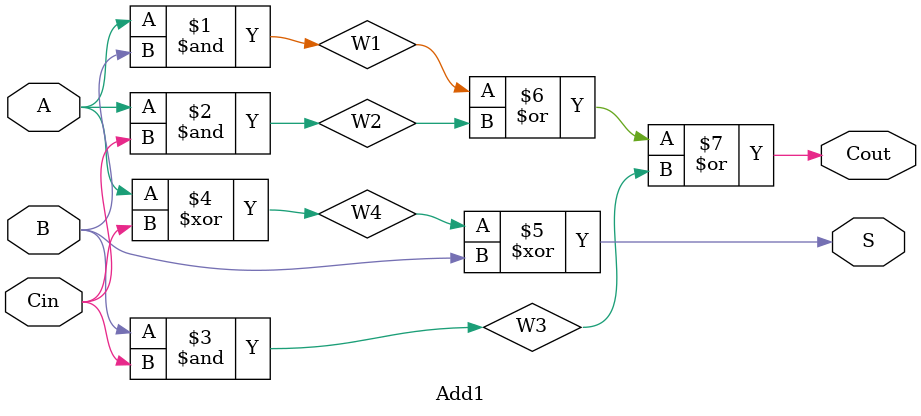
<source format=v>
module Add1(A, B, Cin, Cout, S);

input A, B, Cin;
output Cout, S;

wire W1, W2, W3, W4;

and AND1 (W1, A, B);
and AND2 (W2, A, Cin);
and AND3 (W3, B, Cin);
xor XOR1 (W4, A, Cin);
xor XOR2 (S, W4, B);
or OR1 (Cout, W1, W2, W3);

endmodule

</source>
